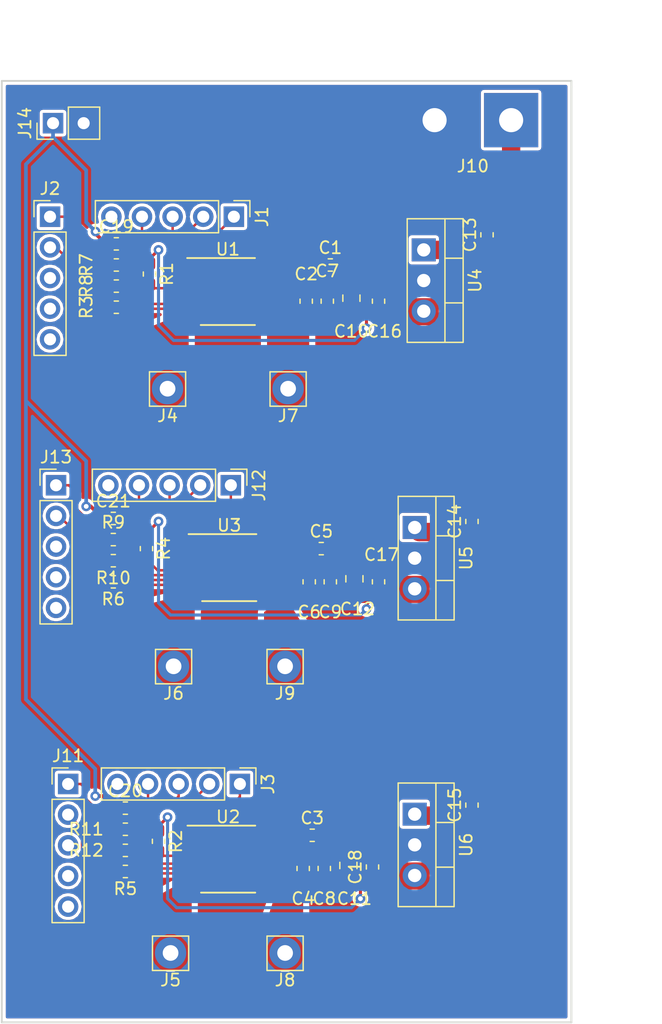
<source format=kicad_pcb>
(kicad_pcb (version 20171130) (host pcbnew "(5.0.1)-3")
  (layers (0 F.Cu signal) (31 B.Cu signal) (34 B.Paste user) (35 F.Paste user) (36 B.SilkS user) (37 F.SilkS user) (38 B.Mask user) (39 F.Mask user) (44 Edge.Cuts user))
  (net 0 "")
  (net 1 +12V)
  (net 2 GND)
  (net 3 +3V3)
  (net 4 /VREF2)
  (net 5 /VREF3)
  (net 6 /VREF1)
  (net 7 /VIN)
  (net 8 /CPH_A)
  (net 9 /CPL_A)
  (net 10 /VCP_A)
  (net 11 /CPH_C)
  (net 12 /CPL_C)
  (net 13 /VCP_C)
  (net 14 /CPL_B)
  (net 15 /CPH_B)
  (net 16 /VCP_B)
  (net 17 /ENIN1_A)
  (net 18 /PHIN2_A)
  (net 19 /nSLEEP_A)
  (net 20 /nFAULT_A)
  (net 21 /IPROPI_A)
  (net 22 /IMODE_A)
  (net 23 /nFAULT_C)
  (net 24 /nSLEEP_C)
  (net 25 /PHIN2_C)
  (net 26 /ENIN1_C)
  (net 27 /OUT1_A)
  (net 28 /OUT1_C)
  (net 29 /OUT1_B)
  (net 30 /OUT2_A)
  (net 31 /OUT2_C)
  (net 32 /OUT2_B)
  (net 33 /IMODE_C)
  (net 34 /IPROPI_C)
  (net 35 /nFAULT_B)
  (net 36 /nSLEEP_B)
  (net 37 /PHIN2_B)
  (net 38 /ENIN1_B)
  (net 39 /IPROP_B)
  (net 40 /IMODE_B)
  (module Connector_PinHeader_2.54mm:PinHeader_1x05_P2.54mm_Vertical (layer F.Cu) (at 154.5 90.5 270)
    (fp_text reference J3 (at 0 -2.33 270) (layer F.SilkS))
    (fp_text value Conn_01x05)
    (pad 5 thru_hole oval (at 0 10.16 270) (size 1.7 1.7) (drill 1) (layers *.Cu *.Mask))
    (pad 4 thru_hole oval (at 0 7.62 270) (size 1.7 1.7) (drill 1) (layers *.Cu *.Mask) (net 23 /nFAULT_C))
    (pad 3 thru_hole oval (at 0 5.08 270) (size 1.7 1.7) (drill 1) (layers *.Cu *.Mask) (net 24 /nSLEEP_C))
    (pad 2 thru_hole oval (at 0 2.54 270) (size 1.7 1.7) (drill 1) (layers *.Cu *.Mask) (net 25 /PHIN2_C))
    (pad 1 thru_hole rect (at 0 0 270) (size 1.7 1.7) (drill 1) (layers *.Cu *.Mask) (net 26 /ENIN1_C))
  )
  (module Capacitor_SMD:C_0603_1608Metric_Pad1.05x0.95mm_HandSolder (layer F.Cu) (at 162 47.5)
    (fp_text reference C1 (at 0 -1.43) (layer F.SilkS))
    (fp_text value 22nF)
    (pad 1 smd roundrect (at -0.875 0) (size 1.05 0.95) (layers F.Cu F.Paste F.Mask) (net 8 /CPH_A))
    (pad 2 smd roundrect (at 0.875 0) (size 1.05 0.95) (layers F.Cu F.Paste F.Mask) (net 9 /CPL_A))
  )
  (module Capacitor_SMD:C_0603_1608Metric_Pad1.05x0.95mm_HandSolder (layer F.Cu) (at 160 50.5 90)
    (fp_text reference C2 (at 2.25 0 180) (layer F.SilkS))
    (fp_text value 100nF)
    (pad 2 smd roundrect (at 0.875 0 90) (size 1.05 0.95) (layers F.Cu F.Paste F.Mask) (net 10 /VCP_A))
    (pad 1 smd roundrect (at -0.875 0 90) (size 1.05 0.95) (layers F.Cu F.Paste F.Mask) (net 1 +12V))
  )
  (module Capacitor_SMD:C_0603_1608Metric_Pad1.05x0.95mm_HandSolder (layer F.Cu) (at 160.5 94.75)
    (fp_text reference C3 (at 0 -1.43) (layer F.SilkS))
    (fp_text value 22nF)
    (pad 1 smd roundrect (at -0.875 0) (size 1.05 0.95) (layers F.Cu F.Paste F.Mask) (net 11 /CPH_C))
    (pad 2 smd roundrect (at 0.875 0) (size 1.05 0.95) (layers F.Cu F.Paste F.Mask) (net 12 /CPL_C))
  )
  (module Capacitor_SMD:C_0603_1608Metric_Pad1.05x0.95mm_HandSolder (layer F.Cu) (at 159.75 97.5 90)
    (fp_text reference C4 (at -2.5 0 180) (layer F.SilkS))
    (fp_text value 100nF)
    (pad 2 smd roundrect (at 0.875 0 90) (size 1.05 0.95) (layers F.Cu F.Paste F.Mask) (net 13 /VCP_C))
    (pad 1 smd roundrect (at -0.875 0 90) (size 1.05 0.95) (layers F.Cu F.Paste F.Mask) (net 1 +12V))
  )
  (module Capacitor_SMD:C_0603_1608Metric_Pad1.05x0.95mm_HandSolder (layer F.Cu) (at 161.25 71)
    (fp_text reference C5 (at 0 -1.43) (layer F.SilkS))
    (fp_text value 22nF)
    (pad 2 smd roundrect (at 0.875 0) (size 1.05 0.95) (layers F.Cu F.Paste F.Mask) (net 14 /CPL_B))
    (pad 1 smd roundrect (at -0.875 0) (size 1.05 0.95) (layers F.Cu F.Paste F.Mask) (net 15 /CPH_B))
  )
  (module Capacitor_SMD:C_0603_1608Metric_Pad1.05x0.95mm_HandSolder (layer F.Cu) (at 160.25 73.75 90)
    (fp_text reference C6 (at -2.5 0 180) (layer F.SilkS))
    (fp_text value 100nF)
    (pad 1 smd roundrect (at -0.875 0 90) (size 1.05 0.95) (layers F.Cu F.Paste F.Mask) (net 1 +12V))
    (pad 2 smd roundrect (at 0.875 0 90) (size 1.05 0.95) (layers F.Cu F.Paste F.Mask) (net 16 /VCP_B))
  )
  (module Capacitor_SMD:C_0603_1608Metric_Pad1.05x0.95mm_HandSolder (layer F.Cu) (at 161.75 50.5 90)
    (fp_text reference C7 (at 2.5 0 180) (layer F.SilkS))
    (fp_text value 100nF)
    (pad 1 smd roundrect (at -0.875 0 90) (size 1.05 0.95) (layers F.Cu F.Paste F.Mask) (net 1 +12V))
    (pad 2 smd roundrect (at 0.875 0 90) (size 1.05 0.95) (layers F.Cu F.Paste F.Mask) (net 2 GND))
  )
  (module Capacitor_SMD:C_0603_1608Metric_Pad1.05x0.95mm_HandSolder (layer F.Cu) (at 161.5 97.5 90)
    (fp_text reference C8 (at -2.5 0 180) (layer F.SilkS))
    (fp_text value 100nF)
    (pad 2 smd roundrect (at 0.875 0 90) (size 1.05 0.95) (layers F.Cu F.Paste F.Mask) (net 2 GND))
    (pad 1 smd roundrect (at -0.875 0 90) (size 1.05 0.95) (layers F.Cu F.Paste F.Mask) (net 1 +12V))
  )
  (module Capacitor_SMD:C_0603_1608Metric_Pad1.05x0.95mm_HandSolder (layer F.Cu) (at 162 73.75 90)
    (fp_text reference C9 (at -2.5 0 180) (layer F.SilkS))
    (fp_text value 100nF)
    (pad 1 smd roundrect (at -0.875 0 90) (size 1.05 0.95) (layers F.Cu F.Paste F.Mask) (net 1 +12V))
    (pad 2 smd roundrect (at 0.875 0 90) (size 1.05 0.95) (layers F.Cu F.Paste F.Mask) (net 2 GND))
  )
  (module Capacitor_SMD:C_0805_2012Metric_Pad1.15x1.40mm_HandSolder (layer F.Cu) (at 163.75 50.25 90)
    (fp_text reference C10 (at -2.75 0 180) (layer F.SilkS))
    (fp_text value 1uF)
    (pad 1 smd roundrect (at -1.025 0 90) (size 1.15 1.4) (layers F.Cu F.Paste F.Mask) (roundrect_rratio 0.217391) (net 1 +12V))
    (pad 2 smd roundrect (at 1.025 0 90) (size 1.15 1.4) (layers F.Cu F.Paste F.Mask) (roundrect_rratio 0.217391) (net 2 GND))
  )
  (module Capacitor_SMD:C_0805_2012Metric_Pad1.15x1.40mm_HandSolder (layer F.Cu) (at 163.5 97.25 90)
    (fp_text reference C11 (at -2.75 0.5 180) (layer F.SilkS))
    (fp_text value 1uF)
    (pad 1 smd roundrect (at -1.025 0 90) (size 1.15 1.4) (layers F.Cu F.Paste F.Mask) (roundrect_rratio 0.217391) (net 1 +12V))
    (pad 2 smd roundrect (at 1.025 0 90) (size 1.15 1.4) (layers F.Cu F.Paste F.Mask) (roundrect_rratio 0.217391) (net 2 GND))
  )
  (module Capacitor_SMD:C_0805_2012Metric_Pad1.15x1.40mm_HandSolder (layer F.Cu) (at 164 73.5 90)
    (fp_text reference C12 (at -2.5 0.25 180) (layer F.SilkS))
    (fp_text value 1uF)
    (pad 2 smd roundrect (at 1.025 0 90) (size 1.15 1.4) (layers F.Cu F.Paste F.Mask) (roundrect_rratio 0.217391) (net 2 GND))
    (pad 1 smd roundrect (at -1.025 0 90) (size 1.15 1.4) (layers F.Cu F.Paste F.Mask) (roundrect_rratio 0.217391) (net 1 +12V))
  )
  (module Capacitor_SMD:C_0603_1608Metric_Pad1.05x0.95mm_HandSolder (layer F.Cu) (at 175 45 90)
    (fp_text reference C13 (at 0 -1.43 90) (layer F.SilkS))
    (fp_text value C)
    (pad 2 smd roundrect (at 0.875 0 90) (size 1.05 0.95) (layers F.Cu F.Paste F.Mask) (net 2 GND))
    (pad 1 smd roundrect (at -0.875 0 90) (size 1.05 0.95) (layers F.Cu F.Paste F.Mask) (net 7 /VIN))
  )
  (module Capacitor_SMD:C_0603_1608Metric_Pad1.05x0.95mm_HandSolder (layer F.Cu) (at 173.75 68.75 90)
    (fp_text reference C14 (at 0 -1.43 90) (layer F.SilkS))
    (fp_text value C)
    (pad 2 smd roundrect (at 0.875 0 90) (size 1.05 0.95) (layers F.Cu F.Paste F.Mask) (net 2 GND))
    (pad 1 smd roundrect (at -0.875 0 90) (size 1.05 0.95) (layers F.Cu F.Paste F.Mask) (net 7 /VIN))
  )
  (module Capacitor_SMD:C_0603_1608Metric_Pad1.05x0.95mm_HandSolder (layer F.Cu) (at 173.75 92.25 90)
    (fp_text reference C15 (at 0 -1.43 90) (layer F.SilkS))
    (fp_text value C)
    (pad 1 smd roundrect (at -0.875 0 90) (size 1.05 0.95) (layers F.Cu F.Paste F.Mask) (net 7 /VIN))
    (pad 2 smd roundrect (at 0.875 0 90) (size 1.05 0.95) (layers F.Cu F.Paste F.Mask) (net 2 GND))
  )
  (module Capacitor_SMD:C_0603_1608Metric_Pad1.05x0.95mm_HandSolder (layer F.Cu) (at 166 50.5 90)
    (fp_text reference C16 (at -2.5 0.5 180) (layer F.SilkS))
    (fp_text value C)
    (pad 1 smd roundrect (at -0.875 0 90) (size 1.05 0.95) (layers F.Cu F.Paste F.Mask) (net 1 +12V))
    (pad 2 smd roundrect (at 0.875 0 90) (size 1.05 0.95) (layers F.Cu F.Paste F.Mask) (net 2 GND))
  )
  (module Capacitor_SMD:C_0603_1608Metric_Pad1.05x0.95mm_HandSolder (layer F.Cu) (at 166 73.75 90)
    (fp_text reference C17 (at 2.25 0.25 180) (layer F.SilkS))
    (fp_text value C)
    (pad 1 smd roundrect (at -0.875 0 90) (size 1.05 0.95) (layers F.Cu F.Paste F.Mask) (net 1 +12V))
    (pad 2 smd roundrect (at 0.875 0 90) (size 1.05 0.95) (layers F.Cu F.Paste F.Mask) (net 2 GND))
  )
  (module Capacitor_SMD:C_0603_1608Metric_Pad1.05x0.95mm_HandSolder (layer F.Cu) (at 165.5 97.375001 90)
    (fp_text reference C18 (at 0 -1.43 90) (layer F.SilkS))
    (fp_text value C)
    (pad 2 smd roundrect (at 0.875 0 90) (size 1.05 0.95) (layers F.Cu F.Paste F.Mask) (net 2 GND))
    (pad 1 smd roundrect (at -0.875 0 90) (size 1.05 0.95) (layers F.Cu F.Paste F.Mask) (net 1 +12V))
  )
  (module Connector_Pin:Pin_D1.4mm_L8.5mm_W2.8mm_FlatFork (layer F.Cu) (at 148.5 57.75)
    (fp_text reference J4 (at 0 2.25) (layer F.SilkS))
    (fp_text value MOTOR1_OUT1)
    (pad 1 thru_hole circle (at 0 0) (size 2.6 2.6) (drill 1.3) (layers *.Cu *.Mask) (net 27 /OUT1_A))
  )
  (module Connector_Pin:Pin_D1.4mm_L8.5mm_W2.8mm_FlatFork (layer F.Cu) (at 148.75 104.5)
    (fp_text reference J5 (at 0 2.25) (layer F.SilkS))
    (fp_text value MOTOR3_OUT1)
    (pad 1 thru_hole circle (at 0 0) (size 2.6 2.6) (drill 1.3) (layers *.Cu *.Mask) (net 28 /OUT1_C))
  )
  (module Connector_Pin:Pin_D1.4mm_L8.5mm_W2.8mm_FlatFork (layer F.Cu) (at 149 80.75)
    (fp_text reference J6 (at 0 2.25) (layer F.SilkS))
    (fp_text value MOTOR2_OUT1)
    (pad 1 thru_hole circle (at 0 0) (size 2.6 2.6) (drill 1.3) (layers *.Cu *.Mask) (net 29 /OUT1_B))
  )
  (module Connector_Pin:Pin_D1.4mm_L8.5mm_W2.8mm_FlatFork (layer F.Cu) (at 158.5 57.75)
    (fp_text reference J7 (at 0 2.25) (layer F.SilkS))
    (fp_text value MOTOR1_OUT2)
    (pad 1 thru_hole circle (at 0 0) (size 2.6 2.6) (drill 1.3) (layers *.Cu *.Mask) (net 30 /OUT2_A))
  )
  (module Connector_Pin:Pin_D1.4mm_L8.5mm_W2.8mm_FlatFork (layer F.Cu) (at 158.25 104.5)
    (fp_text reference J8 (at 0 2.25) (layer F.SilkS))
    (fp_text value MOTOR3_OUT2)
    (pad 1 thru_hole circle (at 0 0) (size 2.6 2.6) (drill 1.3) (layers *.Cu *.Mask) (net 31 /OUT2_C))
  )
  (module Connector_Pin:Pin_D1.4mm_L8.5mm_W2.8mm_FlatFork (layer F.Cu) (at 158.25 80.75)
    (fp_text reference J9 (at 0 2.25) (layer F.SilkS))
    (fp_text value MOTOR2_OUT2)
    (pad 1 thru_hole circle (at 0 0) (size 2.6 2.6) (drill 1.3) (layers *.Cu *.Mask) (net 32 /OUT2_B))
  )
  (module Resistor_SMD:R_0603_1608Metric_Pad1.05x0.95mm_HandSolder (layer F.Cu) (at 147 48.25 270)
    (fp_text reference R1 (at 0 -1.43 270) (layer F.SilkS))
    (fp_text value 10k)
    (pad 2 smd roundrect (at 0.875 0 270) (size 1.05 0.95) (layers F.Cu F.Paste F.Mask) (net 20 /nFAULT_A))
    (pad 1 smd roundrect (at -0.875 0 270) (size 1.05 0.95) (layers F.Cu F.Paste F.Mask) (net 1 +12V))
  )
  (module Resistor_SMD:R_0603_1608Metric_Pad1.05x0.95mm_HandSolder (layer F.Cu) (at 147.75 95.25 270)
    (fp_text reference R2 (at 0 -1.43 270) (layer F.SilkS))
    (fp_text value 10k)
    (pad 2 smd roundrect (at 0.875 0 270) (size 1.05 0.95) (layers F.Cu F.Paste F.Mask) (net 23 /nFAULT_C))
    (pad 1 smd roundrect (at -0.875 0 270) (size 1.05 0.95) (layers F.Cu F.Paste F.Mask) (net 1 +12V))
  )
  (module Resistor_SMD:R_0603_1608Metric_Pad1.05x0.95mm_HandSolder (layer F.Cu) (at 144.25 51 180)
    (fp_text reference R3 (at 2.5 0 270) (layer F.SilkS))
    (fp_text value R_PROPI)
    (pad 1 smd roundrect (at -0.875 0 180) (size 1.05 0.95) (layers F.Cu F.Paste F.Mask) (net 21 /IPROPI_A))
    (pad 2 smd roundrect (at 0.875 0 180) (size 1.05 0.95) (layers F.Cu F.Paste F.Mask) (net 2 GND))
  )
  (module Resistor_SMD:R_0603_1608Metric_Pad1.05x0.95mm_HandSolder (layer F.Cu) (at 146.75 71 270)
    (fp_text reference R4 (at 0 -1.43 270) (layer F.SilkS))
    (fp_text value 10k)
    (pad 2 smd roundrect (at 0.875 0 270) (size 1.05 0.95) (layers F.Cu F.Paste F.Mask) (net 35 /nFAULT_B))
    (pad 1 smd roundrect (at -0.875 0 270) (size 1.05 0.95) (layers F.Cu F.Paste F.Mask) (net 1 +12V))
  )
  (module Resistor_SMD:R_0603_1608Metric_Pad1.05x0.95mm_HandSolder (layer F.Cu) (at 145 97.75 180)
    (fp_text reference R5 (at 0 -1.43 180) (layer F.SilkS))
    (fp_text value R_PROPI)
    (pad 1 smd roundrect (at -0.875 0 180) (size 1.05 0.95) (layers F.Cu F.Paste F.Mask) (net 34 /IPROPI_C))
    (pad 2 smd roundrect (at 0.875 0 180) (size 1.05 0.95) (layers F.Cu F.Paste F.Mask) (net 2 GND))
  )
  (module Resistor_SMD:R_0603_1608Metric_Pad1.05x0.95mm_HandSolder (layer F.Cu) (at 144 73.75 180)
    (fp_text reference R6 (at 0 -1.43 180) (layer F.SilkS))
    (fp_text value R_PROPI)
    (pad 2 smd roundrect (at 0.875 0 180) (size 1.05 0.95) (layers F.Cu F.Paste F.Mask) (net 2 GND))
    (pad 1 smd roundrect (at -0.875 0 180) (size 1.05 0.95) (layers F.Cu F.Paste F.Mask) (net 39 /IPROP_B))
  )
  (module Resistor_SMD:R_0603_1608Metric_Pad1.05x0.95mm_HandSolder (layer F.Cu) (at 144.25 47.5)
    (fp_text reference R7 (at -2.5 0 90) (layer F.SilkS))
    (fp_text value R)
    (pad 1 smd roundrect (at -0.875 0) (size 1.05 0.95) (layers F.Cu F.Paste F.Mask) (net 3 +3V3))
    (pad 2 smd roundrect (at 0.875 0) (size 1.05 0.95) (layers F.Cu F.Paste F.Mask) (net 6 /VREF1))
  )
  (module Resistor_SMD:R_0603_1608Metric_Pad1.05x0.95mm_HandSolder (layer F.Cu) (at 144.25 49.25 180)
    (fp_text reference R8 (at 2.5 0 270) (layer F.SilkS))
    (fp_text value R)
    (pad 2 smd roundrect (at 0.875 0 180) (size 1.05 0.95) (layers F.Cu F.Paste F.Mask) (net 2 GND))
    (pad 1 smd roundrect (at -0.875 0 180) (size 1.05 0.95) (layers F.Cu F.Paste F.Mask) (net 6 /VREF1))
  )
  (module Resistor_SMD:R_0603_1608Metric_Pad1.05x0.95mm_HandSolder (layer F.Cu) (at 144 70.25)
    (fp_text reference R9 (at 0 -1.43) (layer F.SilkS))
    (fp_text value R)
    (pad 1 smd roundrect (at -0.875 0) (size 1.05 0.95) (layers F.Cu F.Paste F.Mask) (net 3 +3V3))
    (pad 2 smd roundrect (at 0.875 0) (size 1.05 0.95) (layers F.Cu F.Paste F.Mask) (net 4 /VREF2))
  )
  (module Resistor_SMD:R_0603_1608Metric_Pad1.05x0.95mm_HandSolder (layer F.Cu) (at 144 72 180)
    (fp_text reference R10 (at 0 -1.43 180) (layer F.SilkS))
    (fp_text value R)
    (pad 2 smd roundrect (at 0.875 0 180) (size 1.05 0.95) (layers F.Cu F.Paste F.Mask) (net 2 GND))
    (pad 1 smd roundrect (at -0.875 0 180) (size 1.05 0.95) (layers F.Cu F.Paste F.Mask) (net 4 /VREF2))
  )
  (module Resistor_SMD:R_0603_1608Metric_Pad1.05x0.95mm_HandSolder (layer F.Cu) (at 145 94.25)
    (fp_text reference R11 (at -3.25 0) (layer F.SilkS))
    (fp_text value R)
    (pad 2 smd roundrect (at 0.875 0) (size 1.05 0.95) (layers F.Cu F.Paste F.Mask) (net 5 /VREF3))
    (pad 1 smd roundrect (at -0.875 0) (size 1.05 0.95) (layers F.Cu F.Paste F.Mask) (net 3 +3V3))
  )
  (module Resistor_SMD:R_0603_1608Metric_Pad1.05x0.95mm_HandSolder (layer F.Cu) (at 145 96 180)
    (fp_text reference R12 (at 3.25 0 180) (layer F.SilkS))
    (fp_text value R)
    (pad 2 smd roundrect (at 0.875 0 180) (size 1.05 0.95) (layers F.Cu F.Paste F.Mask) (net 2 GND))
    (pad 1 smd roundrect (at -0.875 0 180) (size 1.05 0.95) (layers F.Cu F.Paste F.Mask) (net 5 /VREF3))
  )
  (module Package_SO:HTSSOP-16-1EP_4.4x5mm_P0.65mm_EP3.4x5mm (layer F.Cu) (at 153.5 49.75)
    (fp_text reference U1 (at 0 -3.55) (layer F.SilkS))
    (fp_text value DRV8876)
    (pad 1 smd rect (at -2.775 -2.275) (size 1.05 0.45) (layers F.Cu F.Paste F.Mask) (net 17 /ENIN1_A))
    (pad 2 smd rect (at -2.775 -1.625) (size 1.05 0.45) (layers F.Cu F.Paste F.Mask) (net 18 /PHIN2_A))
    (pad 3 smd rect (at -2.775 -0.975) (size 1.05 0.45) (layers F.Cu F.Paste F.Mask) (net 19 /nSLEEP_A))
    (pad 4 smd rect (at -2.775 -0.325) (size 1.05 0.45) (layers F.Cu F.Paste F.Mask) (net 20 /nFAULT_A))
    (pad 5 smd rect (at -2.775 0.325) (size 1.05 0.45) (layers F.Cu F.Paste F.Mask))
    (pad 6 smd rect (at -2.775 0.975) (size 1.05 0.45) (layers F.Cu F.Paste F.Mask) (net 21 /IPROPI_A))
    (pad 7 smd rect (at -2.775 1.625) (size 1.05 0.45) (layers F.Cu F.Paste F.Mask) (net 22 /IMODE_A))
    (pad 8 smd rect (at -2.775 2.275) (size 1.05 0.45) (layers F.Cu F.Paste F.Mask) (net 27 /OUT1_A))
    (pad 9 smd rect (at 2.775 2.275) (size 1.05 0.45) (layers F.Cu F.Paste F.Mask) (net 2 GND))
    (pad 10 smd rect (at 2.775 1.625) (size 1.05 0.45) (layers F.Cu F.Paste F.Mask) (net 30 /OUT2_A))
    (pad 11 smd rect (at 2.775 0.975) (size 1.05 0.45) (layers F.Cu F.Paste F.Mask) (net 1 +12V))
    (pad 12 smd rect (at 2.775 0.325) (size 1.05 0.45) (layers F.Cu F.Paste F.Mask) (net 10 /VCP_A))
    (pad 13 smd rect (at 2.775 -0.325) (size 1.05 0.45) (layers F.Cu F.Paste F.Mask) (net 8 /CPH_A))
    (pad 14 smd rect (at 2.775 -0.975) (size 1.05 0.45) (layers F.Cu F.Paste F.Mask) (net 9 /CPL_A))
    (pad 15 smd rect (at 2.775 -1.625) (size 1.05 0.45) (layers F.Cu F.Paste F.Mask) (net 2 GND))
    (pad 16 smd rect (at 2.775 -2.275) (size 1.05 0.45) (layers F.Cu F.Paste F.Mask) (net 2 GND))
    (pad 17 smd rect (at 0 0) (size 3.4 5) (layers F.Cu F.Mask))
  )
  (module Package_SO:HTSSOP-16-1EP_4.4x5mm_P0.65mm_EP3.4x5mm (layer F.Cu) (at 153.525 96.775)
    (fp_text reference U2 (at 0 -3.55) (layer F.SilkS))
    (fp_text value DRV8876)
    (pad 1 smd rect (at -2.775 -2.275) (size 1.05 0.45) (layers F.Cu F.Paste F.Mask) (net 26 /ENIN1_C))
    (pad 2 smd rect (at -2.775 -1.625) (size 1.05 0.45) (layers F.Cu F.Paste F.Mask) (net 25 /PHIN2_C))
    (pad 3 smd rect (at -2.775 -0.975) (size 1.05 0.45) (layers F.Cu F.Paste F.Mask) (net 24 /nSLEEP_C))
    (pad 4 smd rect (at -2.775 -0.325) (size 1.05 0.45) (layers F.Cu F.Paste F.Mask) (net 23 /nFAULT_C))
    (pad 5 smd rect (at -2.775 0.325) (size 1.05 0.45) (layers F.Cu F.Paste F.Mask) (net 5 /VREF3))
    (pad 6 smd rect (at -2.775 0.975) (size 1.05 0.45) (layers F.Cu F.Paste F.Mask) (net 34 /IPROPI_C))
    (pad 7 smd rect (at -2.775 1.625) (size 1.05 0.45) (layers F.Cu F.Paste F.Mask) (net 33 /IMODE_C))
    (pad 8 smd rect (at -2.775 2.275) (size 1.05 0.45) (layers F.Cu F.Paste F.Mask) (net 28 /OUT1_C))
    (pad 9 smd rect (at 2.775 2.275) (size 1.05 0.45) (layers F.Cu F.Paste F.Mask) (net 2 GND))
    (pad 10 smd rect (at 2.775 1.625) (size 1.05 0.45) (layers F.Cu F.Paste F.Mask) (net 31 /OUT2_C))
    (pad 11 smd rect (at 2.775 0.975) (size 1.05 0.45) (layers F.Cu F.Paste F.Mask) (net 1 +12V))
    (pad 12 smd rect (at 2.775 0.325) (size 1.05 0.45) (layers F.Cu F.Paste F.Mask) (net 13 /VCP_C))
    (pad 13 smd rect (at 2.775 -0.325) (size 1.05 0.45) (layers F.Cu F.Paste F.Mask) (net 11 /CPH_C))
    (pad 14 smd rect (at 2.775 -0.975) (size 1.05 0.45) (layers F.Cu F.Paste F.Mask) (net 12 /CPL_C))
    (pad 15 smd rect (at 2.775 -1.625) (size 1.05 0.45) (layers F.Cu F.Paste F.Mask) (net 2 GND))
    (pad 16 smd rect (at 2.775 -2.275) (size 1.05 0.45) (layers F.Cu F.Paste F.Mask) (net 2 GND))
    (pad 17 smd rect (at 0 0) (size 3.4 5) (layers F.Cu F.Mask))
  )
  (module Package_SO:HTSSOP-16-1EP_4.4x5mm_P0.65mm_EP3.4x5mm (layer F.Cu) (at 153.6166 72.625)
    (fp_text reference U3 (at 0 -3.55) (layer F.SilkS))
    (fp_text value DRV8876)
    (pad 17 smd rect (at 0 0) (size 3.4 5) (layers F.Cu F.Mask))
    (pad 16 smd rect (at 2.775 -2.275) (size 1.05 0.45) (layers F.Cu F.Paste F.Mask) (net 2 GND))
    (pad 15 smd rect (at 2.775 -1.625) (size 1.05 0.45) (layers F.Cu F.Paste F.Mask) (net 2 GND))
    (pad 14 smd rect (at 2.775 -0.975) (size 1.05 0.45) (layers F.Cu F.Paste F.Mask) (net 14 /CPL_B))
    (pad 13 smd rect (at 2.775 -0.325) (size 1.05 0.45) (layers F.Cu F.Paste F.Mask) (net 15 /CPH_B))
    (pad 12 smd rect (at 2.775 0.325) (size 1.05 0.45) (layers F.Cu F.Paste F.Mask) (net 16 /VCP_B))
    (pad 11 smd rect (at 2.775 0.975) (size 1.05 0.45) (layers F.Cu F.Paste F.Mask) (net 1 +12V))
    (pad 10 smd rect (at 2.775 1.625) (size 1.05 0.45) (layers F.Cu F.Paste F.Mask) (net 32 /OUT2_B))
    (pad 9 smd rect (at 2.775 2.275) (size 1.05 0.45) (layers F.Cu F.Paste F.Mask) (net 2 GND))
    (pad 8 smd rect (at -2.775 2.275) (size 1.05 0.45) (layers F.Cu F.Paste F.Mask) (net 29 /OUT1_B))
    (pad 7 smd rect (at -2.775 1.625) (size 1.05 0.45) (layers F.Cu F.Paste F.Mask) (net 40 /IMODE_B))
    (pad 6 smd rect (at -2.775 0.975) (size 1.05 0.45) (layers F.Cu F.Paste F.Mask) (net 39 /IPROP_B))
    (pad 5 smd rect (at -2.775 0.325) (size 1.05 0.45) (layers F.Cu F.Paste F.Mask) (net 4 /VREF2))
    (pad 4 smd rect (at -2.775 -0.325) (size 1.05 0.45) (layers F.Cu F.Paste F.Mask) (net 35 /nFAULT_B))
    (pad 3 smd rect (at -2.775 -0.975) (size 1.05 0.45) (layers F.Cu F.Paste F.Mask) (net 36 /nSLEEP_B))
    (pad 2 smd rect (at -2.775 -1.625) (size 1.05 0.45) (layers F.Cu F.Paste F.Mask) (net 37 /PHIN2_B))
    (pad 1 smd rect (at -2.775 -2.275) (size 1.05 0.45) (layers F.Cu F.Paste F.Mask) (net 38 /ENIN1_B))
  )
  (module Package_TO_SOT_THT:TO-220-3_Vertical (layer F.Cu) (at 169.75 46.25 270)
    (fp_text reference U4 (at 2.54 -4.27 270) (layer F.SilkS))
    (fp_text value 78S12)
    (pad 1 thru_hole rect (at 0 0 270) (size 1.905 2) (drill 1.1) (layers *.Cu *.Mask) (net 7 /VIN))
    (pad 2 thru_hole oval (at 2.54 0 270) (size 1.905 2) (drill 1.1) (layers *.Cu *.Mask) (net 2 GND))
    (pad 3 thru_hole oval (at 5.08 0 270) (size 1.905 2) (drill 1.1) (layers *.Cu *.Mask) (net 1 +12V))
  )
  (module Package_TO_SOT_THT:TO-220-3_Vertical (layer F.Cu) (at 169 69.25 270)
    (fp_text reference U5 (at 2.54 -4.27 270) (layer F.SilkS))
    (fp_text value 78S12)
    (pad 3 thru_hole oval (at 5.08 0 270) (size 1.905 2) (drill 1.1) (layers *.Cu *.Mask) (net 1 +12V))
    (pad 2 thru_hole oval (at 2.54 0 270) (size 1.905 2) (drill 1.1) (layers *.Cu *.Mask) (net 2 GND))
    (pad 1 thru_hole rect (at 0 0 270) (size 1.905 2) (drill 1.1) (layers *.Cu *.Mask) (net 7 /VIN))
  )
  (module Package_TO_SOT_THT:TO-220-3_Vertical (layer F.Cu) (at 169 93 270)
    (fp_text reference U6 (at 2.54 -4.27 270) (layer F.SilkS))
    (fp_text value 78S12)
    (pad 1 thru_hole rect (at 0 0 270) (size 1.905 2) (drill 1.1) (layers *.Cu *.Mask) (net 7 /VIN))
    (pad 2 thru_hole oval (at 2.54 0 270) (size 1.905 2) (drill 1.1) (layers *.Cu *.Mask) (net 2 GND))
    (pad 3 thru_hole oval (at 5.08 0 270) (size 1.905 2) (drill 1.1) (layers *.Cu *.Mask) (net 1 +12V))
  )
  (module Connector_Wire:SolderWirePad_1x02_P7.62mm_Drill2mm (layer F.Cu) (at 177 35.5 180)
    (fp_text reference J10 (at 3.175 -3.81 180) (layer F.SilkS))
    (fp_text value VIN)
    (pad 1 thru_hole rect (at 0 0 180) (size 4.50088 4.50088) (drill 1.99898) (layers *.Cu *.Mask) (net 7 /VIN))
    (pad 2 thru_hole circle (at 6.35 0 180) (size 4.50088 4.50088) (drill 1.99898) (layers *.Cu *.Mask) (net 2 GND))
  )
  (module Connector_PinHeader_2.54mm:PinHeader_1x05_P2.54mm_Vertical (layer F.Cu) (at 154 43.5 270)
    (fp_text reference J1 (at 0 -2.33 270) (layer F.SilkS))
    (fp_text value Conn_01x05)
    (pad 1 thru_hole rect (at 0 0 270) (size 1.7 1.7) (drill 1) (layers *.Cu *.Mask) (net 17 /ENIN1_A))
    (pad 2 thru_hole oval (at 0 2.54 270) (size 1.7 1.7) (drill 1) (layers *.Cu *.Mask) (net 18 /PHIN2_A))
    (pad 3 thru_hole oval (at 0 5.08 270) (size 1.7 1.7) (drill 1) (layers *.Cu *.Mask) (net 19 /nSLEEP_A))
    (pad 4 thru_hole oval (at 0 7.62 270) (size 1.7 1.7) (drill 1) (layers *.Cu *.Mask) (net 20 /nFAULT_A))
    (pad 5 thru_hole oval (at 0 10.16 270) (size 1.7 1.7) (drill 1) (layers *.Cu *.Mask))
  )
  (module Connector_PinHeader_2.54mm:PinHeader_1x05_P2.54mm_Vertical (layer F.Cu) (at 138.75 43.5)
    (fp_text reference J2 (at 0 -2.33) (layer F.SilkS))
    (fp_text value Conn_01x05)
    (pad 1 thru_hole rect (at 0 0) (size 1.7 1.7) (drill 1) (layers *.Cu *.Mask) (net 21 /IPROPI_A))
    (pad 2 thru_hole oval (at 0 2.54) (size 1.7 1.7) (drill 1) (layers *.Cu *.Mask) (net 22 /IMODE_A))
    (pad 3 thru_hole oval (at 0 5.08) (size 1.7 1.7) (drill 1) (layers *.Cu *.Mask))
    (pad 4 thru_hole oval (at 0 7.62) (size 1.7 1.7) (drill 1) (layers *.Cu *.Mask))
    (pad 5 thru_hole oval (at 0 10.16) (size 1.7 1.7) (drill 1) (layers *.Cu *.Mask))
  )
  (module Connector_PinHeader_2.54mm:PinHeader_1x05_P2.54mm_Vertical (layer F.Cu) (at 140.25 90.5)
    (fp_text reference J11 (at 0 -2.33) (layer F.SilkS))
    (fp_text value Conn_01x05)
    (pad 5 thru_hole oval (at 0 10.16) (size 1.7 1.7) (drill 1) (layers *.Cu *.Mask))
    (pad 4 thru_hole oval (at 0 7.62) (size 1.7 1.7) (drill 1) (layers *.Cu *.Mask))
    (pad 3 thru_hole oval (at 0 5.08) (size 1.7 1.7) (drill 1) (layers *.Cu *.Mask))
    (pad 2 thru_hole oval (at 0 2.54) (size 1.7 1.7) (drill 1) (layers *.Cu *.Mask) (net 33 /IMODE_C))
    (pad 1 thru_hole rect (at 0 0) (size 1.7 1.7) (drill 1) (layers *.Cu *.Mask) (net 34 /IPROPI_C))
  )
  (module Connector_PinHeader_2.54mm:PinHeader_1x05_P2.54mm_Vertical (layer F.Cu) (at 153.75 65.75 270)
    (fp_text reference J12 (at 0 -2.33 270) (layer F.SilkS))
    (fp_text value Conn_01x05)
    (pad 5 thru_hole oval (at 0 10.16 270) (size 1.7 1.7) (drill 1) (layers *.Cu *.Mask))
    (pad 4 thru_hole oval (at 0 7.62 270) (size 1.7 1.7) (drill 1) (layers *.Cu *.Mask) (net 35 /nFAULT_B))
    (pad 3 thru_hole oval (at 0 5.08 270) (size 1.7 1.7) (drill 1) (layers *.Cu *.Mask) (net 36 /nSLEEP_B))
    (pad 2 thru_hole oval (at 0 2.54 270) (size 1.7 1.7) (drill 1) (layers *.Cu *.Mask) (net 37 /PHIN2_B))
    (pad 1 thru_hole rect (at 0 0 270) (size 1.7 1.7) (drill 1) (layers *.Cu *.Mask) (net 38 /ENIN1_B))
  )
  (module Connector_PinHeader_2.54mm:PinHeader_1x05_P2.54mm_Vertical (layer F.Cu) (at 139.25 65.75)
    (fp_text reference J13 (at 0 -2.33) (layer F.SilkS))
    (fp_text value Conn_01x05)
    (pad 1 thru_hole rect (at 0 0) (size 1.7 1.7) (drill 1) (layers *.Cu *.Mask) (net 39 /IPROP_B))
    (pad 2 thru_hole oval (at 0 2.54) (size 1.7 1.7) (drill 1) (layers *.Cu *.Mask) (net 40 /IMODE_B))
    (pad 3 thru_hole oval (at 0 5.08) (size 1.7 1.7) (drill 1) (layers *.Cu *.Mask))
    (pad 4 thru_hole oval (at 0 7.62) (size 1.7 1.7) (drill 1) (layers *.Cu *.Mask))
    (pad 5 thru_hole oval (at 0 10.16) (size 1.7 1.7) (drill 1) (layers *.Cu *.Mask))
  )
  (module Capacitor_SMD:C_0603_1608Metric_Pad1.05x0.95mm_HandSolder (layer F.Cu) (at 144.25 45.75)
    (fp_text reference C19 (at 0 -1.43) (layer F.SilkS))
    (fp_text value 100nF)
    (pad 1 smd roundrect (at -0.875 0) (size 1.05 0.95) (layers F.Cu F.Paste F.Mask) (net 3 +3V3))
    (pad 2 smd roundrect (at 0.875 0) (size 1.05 0.95) (layers F.Cu F.Paste F.Mask) (net 2 GND))
  )
  (module Capacitor_SMD:C_0603_1608Metric_Pad1.05x0.95mm_HandSolder (layer F.Cu) (at 145 92.5)
    (fp_text reference C20 (at 0 -1.43) (layer F.SilkS))
    (fp_text value 100nF)
    (pad 2 smd roundrect (at 0.875 0) (size 1.05 0.95) (layers F.Cu F.Paste F.Mask) (net 2 GND))
    (pad 1 smd roundrect (at -0.875 0) (size 1.05 0.95) (layers F.Cu F.Paste F.Mask) (net 3 +3V3))
  )
  (module Capacitor_SMD:C_0603_1608Metric_Pad1.05x0.95mm_HandSolder (layer F.Cu) (at 144 68.5)
    (fp_text reference C21 (at 0 -1.43) (layer F.SilkS))
    (fp_text value 100nF)
    (pad 1 smd roundrect (at -0.875 0) (size 1.05 0.95) (layers F.Cu F.Paste F.Mask) (net 3 +3V3))
    (pad 2 smd roundrect (at 0.875 0) (size 1.05 0.95) (layers F.Cu F.Paste F.Mask) (net 2 GND))
  )
  (module Connector_PinHeader_2.54mm:PinHeader_1x02_P2.54mm_Vertical (layer F.Cu) (at 139 35.75 90)
    (fp_text reference J14 (at 0 -2.33 90) (layer F.SilkS))
    (fp_text value Conn_01x02)
    (pad 1 thru_hole rect (at 0 0 90) (size 1.7 1.7) (drill 1) (layers *.Cu *.Mask) (net 3 +3V3))
    (pad 2 thru_hole oval (at 0 2.54 90) (size 1.7 1.7) (drill 1) (layers *.Cu *.Mask) (net 2 GND))
  )
  (gr_line (start 182 32.25) (end 182 32.75) (layer Edge.Cuts) (width 0.15))
  (gr_line (start 134.75 32.25) (end 182 32.25) (layer Edge.Cuts) (width 0.15))
  (gr_line (start 134.75 110.25) (end 134.75 32.25) (layer Edge.Cuts) (width 0.15))
  (gr_line (start 182 110.25) (end 134.75 110.25) (layer Edge.Cuts) (width 0.15))
  (gr_line (start 182 32.75) (end 182 110.25) (layer Edge.Cuts) (width 0.15))
  (segment (start 156.3916 73.6) (end 157.85 73.6) (width 0.381) (layer F.Cu) (net 1))
  (segment (start 157.85 73.6) (end 158.75 74.5) (width 0.381) (layer F.Cu) (net 1))
  (segment (start 156.275 50.725) (end 158.225 50.725) (width 0.381) (layer F.Cu) (net 1))
  (segment (start 158.225 50.725) (end 159.25 51.75) (width 0.381) (layer F.Cu) (net 1))
  (segment (start 159.125 97.75) (end 159.75 98.375) (width 0.381) (layer F.Cu) (net 1))
  (segment (start 156.3 97.75) (end 159.125 97.75) (width 0.381) (layer F.Cu) (net 1))
  (via (at 147.75 46.25) (size 0.8) (drill 0.4) (layers F.Cu B.Cu) (net 1))
  (segment (start 147 47.375) (end 147 47) (width 0.254) (layer F.Cu) (net 1))
  (segment (start 147 47) (end 147.75 46.25) (width 0.254) (layer F.Cu) (net 1))
  (segment (start 147.75 46.25) (end 147.75 52.5) (width 0.254) (layer B.Cu) (net 1))
  (segment (start 147.75 52.5) (end 149 53.75) (width 0.254) (layer B.Cu) (net 1))
  (via (at 165 52.75) (size 0.8) (drill 0.4) (layers F.Cu B.Cu) (net 1))
  (segment (start 149 53.75) (end 164 53.75) (width 0.254) (layer B.Cu) (net 1))
  (segment (start 164 53.75) (end 165 52.75) (width 0.254) (layer B.Cu) (net 1))
  (segment (start 165 52.75) (end 165 51.5) (width 0.254) (layer F.Cu) (net 1))
  (via (at 147.75 68.75) (size 0.8) (drill 0.4) (layers F.Cu B.Cu) (net 1))
  (segment (start 146.75 70.125) (end 146.75 69.75) (width 0.254) (layer F.Cu) (net 1))
  (segment (start 146.75 69.75) (end 147.75 68.75) (width 0.254) (layer F.Cu) (net 1))
  (segment (start 147.75 68.75) (end 147.75 75.5) (width 0.254) (layer B.Cu) (net 1))
  (segment (start 147.75 75.5) (end 148.75 76.5) (width 0.254) (layer B.Cu) (net 1))
  (via (at 165 76) (size 0.8) (drill 0.4) (layers F.Cu B.Cu) (net 1))
  (segment (start 148.75 76.5) (end 164.5 76.5) (width 0.254) (layer B.Cu) (net 1))
  (segment (start 164.5 76.5) (end 165 76) (width 0.254) (layer B.Cu) (net 1))
  (segment (start 165 75.625) (end 166 74.625) (width 0.254) (layer F.Cu) (net 1))
  (segment (start 165 76) (end 165 75.625) (width 0.254) (layer F.Cu) (net 1))
  (via (at 148.5 93.25) (size 0.8) (drill 0.4) (layers F.Cu B.Cu) (net 1))
  (segment (start 147.75 94.375) (end 147.75 94) (width 0.254) (layer F.Cu) (net 1))
  (segment (start 147.75 94) (end 148.5 93.25) (width 0.254) (layer F.Cu) (net 1))
  (segment (start 148.5 93.25) (end 148.5 100) (width 0.254) (layer B.Cu) (net 1))
  (segment (start 148.5 100) (end 149.25 100.75) (width 0.254) (layer B.Cu) (net 1))
  (via (at 164.5 100) (size 0.8) (drill 0.4) (layers F.Cu B.Cu) (net 1))
  (segment (start 149.25 100.75) (end 163.75 100.75) (width 0.254) (layer B.Cu) (net 1))
  (segment (start 163.75 100.75) (end 164.5 100) (width 0.254) (layer B.Cu) (net 1))
  (segment (start 164.5 99.250001) (end 165.5 98.250001) (width 0.254) (layer F.Cu) (net 1))
  (segment (start 164.5 100) (end 164.5 99.250001) (width 0.254) (layer F.Cu) (net 1))
  (segment (start 139 36.9048) (end 141.75 39.6548) (width 0.3048) (layer B.Cu) (net 3))
  (segment (start 139 35.75) (end 139 36.9048) (width 0.3048) (layer B.Cu) (net 3))
  (via (at 142.523157 44.729307) (size 0.8) (drill 0.4) (layers F.Cu B.Cu) (net 3))
  (segment (start 141.75 39.6548) (end 141.75 43.95615) (width 0.3048) (layer B.Cu) (net 3))
  (segment (start 141.75 43.95615) (end 142.523157 44.729307) (width 0.3048) (layer B.Cu) (net 3))
  (segment (start 142.523157 44.898157) (end 143.375 45.75) (width 0.3048) (layer F.Cu) (net 3))
  (segment (start 142.523157 44.729307) (end 142.523157 44.898157) (width 0.3048) (layer F.Cu) (net 3))
  (segment (start 143.375 47.5) (end 143.375 45.75) (width 0.2032) (layer F.Cu) (net 3))
  (segment (start 139 36.9048) (end 136.75 39.1548) (width 0.3048) (layer B.Cu) (net 3))
  (segment (start 136.75 39.1548) (end 136.75 58.75) (width 0.3048) (layer B.Cu) (net 3))
  (via (at 141.75 67.5) (size 0.8) (drill 0.4) (layers F.Cu B.Cu) (net 3))
  (segment (start 136.75 58.75) (end 141.75 63.75) (width 0.3048) (layer B.Cu) (net 3))
  (segment (start 141.75 63.75) (end 141.75 67.5) (width 0.3048) (layer B.Cu) (net 3))
  (segment (start 142.125 67.5) (end 143.125 68.5) (width 0.3048) (layer F.Cu) (net 3))
  (segment (start 141.75 67.5) (end 142.125 67.5) (width 0.3048) (layer F.Cu) (net 3))
  (segment (start 143.125 70.25) (end 143.125 68.5) (width 0.2032) (layer F.Cu) (net 3))
  (segment (start 136.75 58.75) (end 136.75 83.5) (width 0.3048) (layer B.Cu) (net 3))
  (via (at 142.5 91.5) (size 0.8) (drill 0.4) (layers F.Cu B.Cu) (net 3))
  (segment (start 136.75 83.5) (end 142.5 89.25) (width 0.3048) (layer B.Cu) (net 3))
  (segment (start 142.5 89.25) (end 142.5 91.5) (width 0.3048) (layer B.Cu) (net 3))
  (segment (start 143.125 91.5) (end 144.125 92.5) (width 0.3048) (layer F.Cu) (net 3))
  (segment (start 142.5 91.5) (end 143.125 91.5) (width 0.3048) (layer F.Cu) (net 3))
  (segment (start 144.125 94.25) (end 144.125 92.5) (width 0.2032) (layer F.Cu) (net 3))
  (segment (start 146.07179 73.19679) (end 144.875 72) (width 0.2032) (layer F.Cu) (net 4))
  (segment (start 149.86661 73.19679) (end 146.07179 73.19679) (width 0.2032) (layer F.Cu) (net 4))
  (segment (start 150.8416 72.95) (end 150.1134 72.95) (width 0.2032) (layer F.Cu) (net 4))
  (segment (start 150.1134 72.95) (end 149.86661 73.19679) (width 0.2032) (layer F.Cu) (net 4))
  (segment (start 144.875 70.25) (end 144.875 72) (width 0.2032) (layer F.Cu) (net 4))
  (segment (start 145.875 94.25) (end 145.875 96) (width 0.2032) (layer F.Cu) (net 5))
  (segment (start 146.975 97.1) (end 150.75 97.1) (width 0.2032) (layer F.Cu) (net 5))
  (segment (start 145.875 96) (end 146.975 97.1) (width 0.2032) (layer F.Cu) (net 5))
  (segment (start 145.125 47.5) (end 145.125 49.25) (width 0.2032) (layer F.Cu) (net 6))
  (segment (start 175.575 45.875) (end 175 45.875) (width 1.524) (layer F.Cu) (net 7))
  (segment (start 177 44.45) (end 175.575 45.875) (width 1.524) (layer F.Cu) (net 7))
  (segment (start 177 35.5) (end 177 44.45) (width 1.524) (layer F.Cu) (net 7))
  (segment (start 174.625 46.25) (end 175 45.875) (width 1.524) (layer F.Cu) (net 7))
  (segment (start 169.75 46.25) (end 174.625 46.25) (width 1.524) (layer F.Cu) (net 7))
  (segment (start 174.325 69.625) (end 173.75 69.625) (width 1.524) (layer F.Cu) (net 7))
  (segment (start 177 66.95) (end 174.325 69.625) (width 1.524) (layer F.Cu) (net 7))
  (segment (start 177 44.45) (end 177 66.95) (width 1.524) (layer F.Cu) (net 7))
  (segment (start 169.375 69.625) (end 173.75 69.625) (width 1.524) (layer F.Cu) (net 7))
  (segment (start 169 69.25) (end 169.375 69.625) (width 1.524) (layer F.Cu) (net 7))
  (segment (start 174.325 93.125) (end 173.75 93.125) (width 1.524) (layer F.Cu) (net 7))
  (segment (start 177 90.45) (end 174.325 93.125) (width 1.524) (layer F.Cu) (net 7))
  (segment (start 177 66.95) (end 177 90.45) (width 1.524) (layer F.Cu) (net 7))
  (segment (start 169.125 93.125) (end 169 93) (width 1.524) (layer F.Cu) (net 7))
  (segment (start 173.75 93.125) (end 169.125 93.125) (width 1.524) (layer F.Cu) (net 7))
  (segment (start 156.3916 72.3) (end 157.95 72.3) (width 0.2032) (layer F.Cu) (net 15))
  (segment (start 159.25 71) (end 160.375 71) (width 0.2032) (layer F.Cu) (net 15))
  (segment (start 157.95 72.3) (end 159.25 71) (width 0.2032) (layer F.Cu) (net 15))
  (segment (start 157.925 96.45) (end 159.625 94.75) (width 0.2032) (layer F.Cu) (net 11))
  (segment (start 156.3 96.45) (end 157.925 96.45) (width 0.2032) (layer F.Cu) (net 11))
  (segment (start 156.275 49.425) (end 158.575 49.425) (width 0.2032) (layer F.Cu) (net 8))
  (segment (start 160.5 47.5) (end 161.125 47.5) (width 0.2032) (layer F.Cu) (net 8))
  (segment (start 158.575 49.425) (end 160.5 47.5) (width 0.2032) (layer F.Cu) (net 8))
  (segment (start 156.3916 71.65) (end 158.029776 71.65) (width 0.2032) (layer F.Cu) (net 14))
  (segment (start 158.029776 71.65) (end 159.679776 70) (width 0.2032) (layer F.Cu) (net 14))
  (segment (start 161.125 70) (end 162.125 71) (width 0.2032) (layer F.Cu) (net 14))
  (segment (start 159.679776 70) (end 161.125 70) (width 0.2032) (layer F.Cu) (net 14))
  (segment (start 156.3 95.8) (end 157.95 95.8) (width 0.2032) (layer F.Cu) (net 12))
  (segment (start 157.95 95.8) (end 158.79839 94.95161) (width 0.2032) (layer F.Cu) (net 12))
  (segment (start 158.79839 94.95161) (end 158.79839 94.20161) (width 0.2032) (layer F.Cu) (net 12))
  (segment (start 160.875928 94.250928) (end 161.375 94.75) (width 0.2032) (layer F.Cu) (net 12))
  (segment (start 160.59839 93.97339) (end 160.875928 94.250928) (width 0.2032) (layer F.Cu) (net 12))
  (segment (start 159.02661 93.97339) (end 160.59839 93.97339) (width 0.2032) (layer F.Cu) (net 12))
  (segment (start 158.79839 94.20161) (end 159.02661 93.97339) (width 0.2032) (layer F.Cu) (net 12))
  (segment (start 156.275 48.775) (end 158.654776 48.775) (width 0.2032) (layer F.Cu) (net 9))
  (segment (start 158.654776 48.775) (end 160 47.429776) (width 0.2032) (layer F.Cu) (net 9))
  (segment (start 162.375928 47.000928) (end 162.875 47.5) (width 0.2032) (layer F.Cu) (net 9))
  (segment (start 162.09839 46.72339) (end 162.375928 47.000928) (width 0.2032) (layer F.Cu) (net 9))
  (segment (start 160.52661 46.72339) (end 162.09839 46.72339) (width 0.2032) (layer F.Cu) (net 9))
  (segment (start 160 47.25) (end 160.52661 46.72339) (width 0.2032) (layer F.Cu) (net 9))
  (segment (start 160 47.429776) (end 160 47.25) (width 0.2032) (layer F.Cu) (net 9))
  (segment (start 159.55 50.075) (end 160 49.625) (width 0.3048) (layer F.Cu) (net 10))
  (segment (start 156.275 50.075) (end 159.55 50.075) (width 0.3048) (layer F.Cu) (net 10))
  (segment (start 160.175 72.95) (end 160.25 72.875) (width 0.2032) (layer F.Cu) (net 16))
  (segment (start 156.3916 72.95) (end 160.175 72.95) (width 0.2032) (layer F.Cu) (net 16))
  (segment (start 159.275 97.1) (end 159.75 96.625) (width 0.2032) (layer F.Cu) (net 13))
  (segment (start 156.3 97.1) (end 159.275 97.1) (width 0.2032) (layer F.Cu) (net 13))
  (segment (start 150.8416 74.25) (end 149.99679 74.25) (width 0.2032) (layer F.Cu) (net 40))
  (segment (start 149.99679 74.25) (end 149.75 74.00321) (width 0.2032) (layer F.Cu) (net 40))
  (segment (start 149.75 74.00321) (end 146.24679 74.00321) (width 0.2032) (layer F.Cu) (net 40))
  (segment (start 146.24679 74.00321) (end 145.5 74.75) (width 0.2032) (layer F.Cu) (net 40))
  (segment (start 149.65 98.4) (end 149.15642 97.90642) (width 0.2032) (layer F.Cu) (net 33))
  (segment (start 150.75 98.4) (end 149.65 98.4) (width 0.2032) (layer F.Cu) (net 33))
  (segment (start 149.15642 97.90642) (end 147.167014 97.90642) (width 0.2032) (layer F.Cu) (net 33))
  (segment (start 147.167014 97.90642) (end 146.546824 98.52661) (width 0.2032) (layer F.Cu) (net 33))
  (segment (start 141.099999 93.889999) (end 140.25 93.04) (width 0.2032) (layer F.Cu) (net 33))
  (segment (start 141.401601 94.191601) (end 141.099999 93.889999) (width 0.2032) (layer F.Cu) (net 33))
  (segment (start 141.401601 96.314019) (end 141.401601 94.191601) (width 0.2032) (layer F.Cu) (net 33))
  (segment (start 143.614192 98.52661) (end 141.401601 96.314019) (width 0.2032) (layer F.Cu) (net 33))
  (segment (start 146.546824 98.52661) (end 143.614192 98.52661) (width 0.2032) (layer F.Cu) (net 33))
  (segment (start 142.837582 74.75) (end 140.75 72.662418) (width 0.2032) (layer F.Cu) (net 40))
  (segment (start 145.5 74.75) (end 142.837582 74.75) (width 0.2032) (layer F.Cu) (net 40))
  (segment (start 140.75 69.54) (end 139.5 68.29) (width 0.2032) (layer F.Cu) (net 40))
  (segment (start 140.75 72.662418) (end 140.75 69.54) (width 0.2032) (layer F.Cu) (net 40))
  (segment (start 150.725 51.375) (end 149.74679 51.375) (width 0.2032) (layer F.Cu) (net 22))
  (segment (start 149.74679 51.375) (end 149.5 51.12821) (width 0.2032) (layer F.Cu) (net 22))
  (segment (start 149.5 51.12821) (end 146.62179 51.12821) (width 0.2032) (layer F.Cu) (net 22))
  (segment (start 145.97339 51.77661) (end 142.52661 51.77661) (width 0.2032) (layer F.Cu) (net 22))
  (segment (start 146.62179 51.12821) (end 145.97339 51.77661) (width 0.2032) (layer F.Cu) (net 22))
  (segment (start 142.52661 51.77661) (end 140.75 50) (width 0.2032) (layer F.Cu) (net 22))
  (segment (start 140.75 47.54) (end 139.25 46.04) (width 0.2032) (layer F.Cu) (net 22))
  (segment (start 140.75 50) (end 140.75 47.54) (width 0.2032) (layer F.Cu) (net 22))
  (segment (start 146.75 71.875) (end 147.66858 72.79358) (width 0.2032) (layer F.Cu) (net 35))
  (segment (start 150.8416 72.3) (end 150.1134 72.3) (width 0.2032) (layer F.Cu) (net 35))
  (segment (start 150.1134 72.3) (end 149.61982 72.79358) (width 0.2032) (layer F.Cu) (net 35))
  (segment (start 149.61982 72.79358) (end 147.66858 72.79358) (width 0.2032) (layer F.Cu) (net 35))
  (segment (start 148.075 96.45) (end 147.75 96.125) (width 0.2032) (layer F.Cu) (net 23))
  (segment (start 150.75 96.45) (end 148.075 96.45) (width 0.2032) (layer F.Cu) (net 23))
  (segment (start 147 49.125) (end 146 48.125) (width 0.2032) (layer F.Cu) (net 20))
  (segment (start 146.38 44.702081) (end 146.38 43.5) (width 0.2032) (layer F.Cu) (net 20))
  (segment (start 146 45.082081) (end 146.38 44.702081) (width 0.2032) (layer F.Cu) (net 20))
  (segment (start 146 48.125) (end 146 45.082081) (width 0.2032) (layer F.Cu) (net 20))
  (segment (start 146.88 95.255) (end 146.88 90.5) (width 0.2032) (layer F.Cu) (net 23))
  (segment (start 147.75 96.125) (end 146.88 95.255) (width 0.2032) (layer F.Cu) (net 23))
  (segment (start 146.13 66.952081) (end 146.13 65.75) (width 0.2032) (layer F.Cu) (net 35))
  (segment (start 145.97339 67.108691) (end 146.13 66.952081) (width 0.2032) (layer F.Cu) (net 35))
  (segment (start 145.97339 71.09839) (end 145.97339 67.108691) (width 0.2032) (layer F.Cu) (net 35))
  (segment (start 146.75 71.875) (end 145.97339 71.09839) (width 0.2032) (layer F.Cu) (net 35))
  (segment (start 147.3 49.425) (end 147 49.125) (width 0.2032) (layer F.Cu) (net 20))
  (segment (start 150.725 49.425) (end 147.3 49.425) (width 0.2032) (layer F.Cu) (net 20))
  (segment (start 148.67 70.2066) (end 148.67 65.75) (width 0.2032) (layer F.Cu) (net 36))
  (segment (start 150.8416 71.65) (end 150.1134 71.65) (width 0.2032) (layer F.Cu) (net 36))
  (segment (start 150.1134 71.65) (end 148.67 70.2066) (width 0.2032) (layer F.Cu) (net 36))
  (segment (start 148.92 44.702081) (end 148.92 43.5) (width 0.2032) (layer F.Cu) (net 19))
  (segment (start 148.92 47.6982) (end 148.92 44.702081) (width 0.2032) (layer F.Cu) (net 19))
  (segment (start 149.9968 48.775) (end 148.92 47.6982) (width 0.2032) (layer F.Cu) (net 19))
  (segment (start 150.725 48.775) (end 149.9968 48.775) (width 0.2032) (layer F.Cu) (net 19))
  (segment (start 149.42 91.52358) (end 149.42 90.5) (width 0.2032) (layer F.Cu) (net 24))
  (segment (start 149.34679 91.59679) (end 149.42 91.52358) (width 0.2032) (layer F.Cu) (net 24))
  (segment (start 149.34679 95.124991) (end 149.34679 91.59679) (width 0.2032) (layer F.Cu) (net 24))
  (segment (start 150.75 95.8) (end 150.021799 95.8) (width 0.2032) (layer F.Cu) (net 24))
  (segment (start 150.021799 95.8) (end 149.34679 95.124991) (width 0.2032) (layer F.Cu) (net 24))
  (segment (start 150.8416 71) (end 150.033624 71) (width 0.2032) (layer F.Cu) (net 37))
  (segment (start 150.033624 71) (end 149.07321 70.039586) (width 0.2032) (layer F.Cu) (net 37))
  (segment (start 149.650001 66.599999) (end 149.07321 67.17679) (width 0.2032) (layer F.Cu) (net 37))
  (segment (start 151.21 65.75) (end 150.360001 66.599999) (width 0.2032) (layer F.Cu) (net 37))
  (segment (start 150.360001 66.599999) (end 149.650001 66.599999) (width 0.2032) (layer F.Cu) (net 37))
  (segment (start 149.07321 67.17679) (end 149.07321 70.039586) (width 0.2032) (layer F.Cu) (net 37))
  (segment (start 150.0218 95.15) (end 149.75 94.8782) (width 0.2032) (layer F.Cu) (net 25))
  (segment (start 150.75 95.15) (end 150.0218 95.15) (width 0.2032) (layer F.Cu) (net 25))
  (segment (start 149.75 94.8782) (end 149.75 92.25) (width 0.2032) (layer F.Cu) (net 25))
  (segment (start 150.650001 91.349999) (end 149.75 92.25) (width 0.2032) (layer F.Cu) (net 25))
  (segment (start 151.110001 91.349999) (end 150.650001 91.349999) (width 0.2032) (layer F.Cu) (net 25))
  (segment (start 151.96 90.5) (end 151.110001 91.349999) (width 0.2032) (layer F.Cu) (net 25))
  (segment (start 149.900001 44.349999) (end 149.32321 44.92679) (width 0.2032) (layer F.Cu) (net 18))
  (segment (start 151.46 43.5) (end 150.610001 44.349999) (width 0.2032) (layer F.Cu) (net 18))
  (segment (start 150.610001 44.349999) (end 149.900001 44.349999) (width 0.2032) (layer F.Cu) (net 18))
  (segment (start 149.9968 48.125) (end 150.725 48.125) (width 0.2032) (layer F.Cu) (net 18))
  (segment (start 149.32321 47.45141) (end 149.9968 48.125) (width 0.2032) (layer F.Cu) (net 18))
  (segment (start 149.32321 44.92679) (end 149.32321 47.45141) (width 0.2032) (layer F.Cu) (net 18))
  (segment (start 150.75 94.5) (end 150.75 93.5) (width 0.2032) (layer F.Cu) (net 26))
  (segment (start 150.75 93.5) (end 151.75 92.5) (width 0.2032) (layer F.Cu) (net 26))
  (segment (start 154.5 91.5532) (end 154.5 90.5) (width 0.2032) (layer F.Cu) (net 26))
  (segment (start 153.5532 92.5) (end 154.5 91.5532) (width 0.2032) (layer F.Cu) (net 26))
  (segment (start 151.75 92.5) (end 153.5532 92.5) (width 0.2032) (layer F.Cu) (net 26))
  (segment (start 150.8416 70.35) (end 150.8416 69.9084) (width 0.2032) (layer F.Cu) (net 38))
  (segment (start 153.75 67) (end 153.75 65.75) (width 0.2032) (layer F.Cu) (net 38))
  (segment (start 150.8416 69.9084) (end 153.75 67) (width 0.2032) (layer F.Cu) (net 38))
  (segment (start 150.725 46.775) (end 154 43.5) (width 0.2032) (layer F.Cu) (net 17))
  (segment (start 150.725 47.475) (end 150.725 46.775) (width 0.2032) (layer F.Cu) (net 17))
  (segment (start 150.725 52.025) (end 149.225 52.025) (width 0.381) (layer F.Cu) (net 27))
  (segment (start 149.225 52.025) (end 148.75 52.5) (width 0.381) (layer F.Cu) (net 27))
  (segment (start 149.9356 74.9) (end 149.5856 75.25) (width 0.381) (layer F.Cu) (net 29))
  (segment (start 150.8416 74.9) (end 149.9356 74.9) (width 0.381) (layer F.Cu) (net 29))
  (segment (start 149.5856 75.25) (end 149.25 75.25) (width 0.381) (layer F.Cu) (net 29))
  (segment (start 150.75 99.05) (end 149.45 99.05) (width 0.381) (layer F.Cu) (net 28))
  (segment (start 149.45 99.05) (end 149.25 99.25) (width 0.381) (layer F.Cu) (net 28))
  (segment (start 149.25 99.25) (end 149.25 99.75) (width 0.381) (layer F.Cu) (net 28))
  (segment (start 157.181 51.375) (end 157.5 51.694) (width 0.381) (layer F.Cu) (net 30))
  (segment (start 156.275 51.375) (end 157.181 51.375) (width 0.381) (layer F.Cu) (net 30))
  (segment (start 157.5 51.694) (end 157.5 52.5) (width 0.381) (layer F.Cu) (net 30))
  (segment (start 157.181 51.375) (end 157.25 51.444) (width 0.381) (layer F.Cu) (net 30))
  (segment (start 157.25 51.444) (end 157.25 52.5) (width 0.381) (layer F.Cu) (net 30))
  (segment (start 157.25 52.5) (end 157.25 53.25) (width 0.381) (layer F.Cu) (net 30))
  (segment (start 157.2976 74.25) (end 157.75 74.7024) (width 0.381) (layer F.Cu) (net 32))
  (segment (start 156.3916 74.25) (end 157.2976 74.25) (width 0.381) (layer F.Cu) (net 32))
  (segment (start 157.75 74.7024) (end 157.75 75) (width 0.381) (layer F.Cu) (net 32))
  (segment (start 156.3 98.4) (end 157.4 98.4) (width 0.381) (layer F.Cu) (net 31))
  (segment (start 157.4 98.4) (end 157.5 98.5) (width 0.381) (layer F.Cu) (net 31))
  (segment (start 157.4 98.4) (end 157.4 101.15) (width 0.381) (layer F.Cu) (net 31))
  (segment (start 145.025 73.6) (end 144.875 73.75) (width 0.2032) (layer F.Cu) (net 39))
  (segment (start 150.8416 73.6) (end 145.025 73.6) (width 0.2032) (layer F.Cu) (net 39))
  (segment (start 146.75321 97.75) (end 145.875 97.75) (width 0.2032) (layer F.Cu) (net 34))
  (segment (start 147 97.50321) (end 146.75321 97.75) (width 0.2032) (layer F.Cu) (net 34))
  (segment (start 149.5 97.50321) (end 147 97.50321) (width 0.2032) (layer F.Cu) (net 34))
  (segment (start 150.75 97.75) (end 149.74679 97.75) (width 0.2032) (layer F.Cu) (net 34))
  (segment (start 149.74679 97.75) (end 149.5 97.50321) (width 0.2032) (layer F.Cu) (net 34))
  (segment (start 145.4 50.725) (end 145.125 51) (width 0.2032) (layer F.Cu) (net 21))
  (segment (start 150.725 50.725) (end 145.4 50.725) (width 0.2032) (layer F.Cu) (net 21))
  (segment (start 144.20161 50.07661) (end 144.20161 48.789192) (width 0.2032) (layer F.Cu) (net 21))
  (segment (start 145.125 51) (end 144.20161 50.07661) (width 0.2032) (layer F.Cu) (net 21))
  (segment (start 144.20161 48.789192) (end 143.689028 48.27661) (width 0.2032) (layer F.Cu) (net 21))
  (segment (start 142.864192 48.27661) (end 142.25 47.662418) (width 0.2032) (layer F.Cu) (net 21))
  (segment (start 143.689028 48.27661) (end 142.864192 48.27661) (width 0.2032) (layer F.Cu) (net 21))
  (segment (start 142.25 47.662418) (end 142.25 45.5) (width 0.2032) (layer F.Cu) (net 21))
  (segment (start 140.25 43.5) (end 138.75 43.5) (width 0.2032) (layer F.Cu) (net 21))
  (segment (start 142.25 45.5) (end 140.25 43.5) (width 0.2032) (layer F.Cu) (net 21))
  (segment (start 145 96.875) (end 145.875 97.75) (width 0.2032) (layer F.Cu) (net 34))
  (segment (start 145 95.5) (end 145 96.875) (width 0.2032) (layer F.Cu) (net 34))
  (segment (start 143.614192 95.02661) (end 144.52661 95.02661) (width 0.2032) (layer F.Cu) (net 34))
  (segment (start 141.3032 90.5) (end 141.75 90.9468) (width 0.2032) (layer F.Cu) (net 34))
  (segment (start 140.25 90.5) (end 141.3032 90.5) (width 0.2032) (layer F.Cu) (net 34))
  (segment (start 141.75 90.9468) (end 141.75 91.75) (width 0.2032) (layer F.Cu) (net 34))
  (segment (start 144.52661 95.02661) (end 145 95.5) (width 0.2032) (layer F.Cu) (net 34))
  (segment (start 141.75 91.75) (end 143 93) (width 0.2032) (layer F.Cu) (net 34))
  (segment (start 143 93) (end 143 94.412418) (width 0.2032) (layer F.Cu) (net 34))
  (segment (start 143 94.412418) (end 143.614192 95.02661) (width 0.2032) (layer F.Cu) (net 34))
  (segment (start 144 72.875) (end 144.875 73.75) (width 0.2032) (layer F.Cu) (net 39))
  (segment (start 143.52661 71.02661) (end 144 71.5) (width 0.2032) (layer F.Cu) (net 39))
  (segment (start 144 71.5) (end 144 72.875) (width 0.2032) (layer F.Cu) (net 39))
  (segment (start 140.3032 65.75) (end 141 66.4468) (width 0.2032) (layer F.Cu) (net 39))
  (segment (start 142.614192 71.02661) (end 143.52661 71.02661) (width 0.2032) (layer F.Cu) (net 39))
  (segment (start 139.25 65.75) (end 140.3032 65.75) (width 0.2032) (layer F.Cu) (net 39))
  (segment (start 141 66.4468) (end 141 67.75) (width 0.2032) (layer F.Cu) (net 39))
  (segment (start 141 67.75) (end 142.25 69) (width 0.2032) (layer F.Cu) (net 39))
  (segment (start 142.25 69) (end 142.25 70.662418) (width 0.2032) (layer F.Cu) (net 39))
  (segment (start 142.25 70.662418) (end 142.614192 71.02661) (width 0.2032) (layer F.Cu) (net 39))
  (zone (net 1) (net_name +12V) (layer F.Cu) (priority 1) (connect_pads yes (clearance 0.508)) (min_thickness 0.254) (fill yes (arc_segments 16) (thermal_gap 0.508) (thermal_bridge_width 0.508))
    (polygon (pts (xy 168.5 50.25) (xy 167 50.808084) (xy 159.25 50.75) (xy 158 50.75) (xy 158.5 51.25) (xy 158.75 51.5) (xy 159.25 52) (xy 167 52) (xy 168.25 52.5) (xy 171 52.5) (xy 171 50.25)))
  )
  (zone (net 27) (net_name /OUT1_A) (layer F.Cu) (priority 1) (connect_pads yes (clearance 0.508)) (min_thickness 0.254) (fill yes (arc_segments 16) (thermal_gap 0.508) (thermal_bridge_width 0.508))
    (polygon (pts (xy 150.25 59.5) (xy 150.25 53.5) (xy 150.25 52.75) (xy 151.25 52.25) (xy 151.25 51.75) (xy 149.25 51.75) (xy 146.75 52.75) (xy 146.75 59.5)))
  )
  (zone (net 30) (net_name /OUT2_A) (layer F.Cu) (priority 1) (connect_pads yes (clearance 0.508)) (min_thickness 0.254) (fill yes (arc_segments 16) (thermal_gap 0.508) (thermal_bridge_width 0.508))
    (polygon (pts (xy 156.75 59.5) (xy 156.75 53.25) (xy 157.25 52.75) (xy 157.25 51.75) (xy 157.25 51.25) (xy 157.75 51.25) (xy 157.75 51.75) (xy 158.5 51.75) (xy 159 52.25) (xy 160.25 53) (xy 160.25 59.5)))
  )
  (zone (net 1) (net_name +12V) (layer F.Cu) (priority 1) (connect_pads yes (clearance 0.508)) (min_thickness 0.254) (fill yes (arc_segments 16) (thermal_gap 0.508) (thermal_bridge_width 0.508))
    (polygon (pts (xy 170.25 73.25) (xy 170.25 75.5) (xy 159 75.5) (xy 158 74) (xy 158.5 74) (xy 167.125 74) (xy 167.5 73.25)))
  )
  (zone (net 29) (net_name /OUT1_B) (layer F.Cu) (priority 1) (connect_pads yes (clearance 0.508)) (min_thickness 0.254) (fill yes (arc_segments 16) (thermal_gap 0.508) (thermal_bridge_width 0.508))
    (polygon (pts (xy 147.25 82.5) (xy 147.25 75.5) (xy 150.25 74.75) (xy 151.5 74.75) (xy 151.5 75.5) (xy 150.75 75.75) (xy 150.75 82.5)))
  )
  (zone (net 32) (net_name /OUT2_B) (layer F.Cu) (priority 1) (connect_pads yes (clearance 0.508)) (min_thickness 0.254) (fill yes (arc_segments 16) (thermal_gap 0.508) (thermal_bridge_width 0.508))
    (polygon (pts (xy 156.5 82.5) (xy 156.5 76.25) (xy 157.25 75.75) (xy 157.25 74.5) (xy 155.75 74.5) (xy 155.75 74) (xy 157.5 74) (xy 158.75 75.75) (xy 160 77.75) (xy 160 82.5)))
  )
  (zone (net 1) (net_name +12V) (layer F.Cu) (priority 1) (connect_pads yes (clearance 0.508)) (min_thickness 0.254) (fill yes (arc_segments 16) (thermal_gap 0.508) (thermal_bridge_width 0.508))
    (polygon (pts (xy 170.25 97) (xy 170.25 99.25) (xy 158.75 99.25) (xy 158.25 98) (xy 155.5 98) (xy 155.5 97.5) (xy 166.5 97.5) (xy 167.5 97)))
  )
  (zone (net 28) (net_name /OUT1_C) (layer F.Cu) (priority 1) (connect_pads yes (clearance 0.508)) (min_thickness 0.254) (fill yes (arc_segments 16) (thermal_gap 0.508) (thermal_bridge_width 0.508))
    (polygon (pts (xy 147.25 106) (xy 147.25 100) (xy 149.5 98.75) (xy 151.5 98.75) (xy 151.5 99.75) (xy 150.75 99.75) (xy 150.5 99.75) (xy 150.5 106)))
  )
  (zone (net 31) (net_name /OUT2_C) (layer F.Cu) (priority 1) (connect_pads yes (clearance 0.508)) (min_thickness 0.254) (fill yes (arc_segments 16) (thermal_gap 0.508) (thermal_bridge_width 0.508))
    (polygon (pts (xy 159.75 106) (xy 159.75 100.25) (xy 158.5 99.75) (xy 157.75 98.25) (xy 155.5 98.25) (xy 155.5 98.5) (xy 157.25 98.5) (xy 157.25 100.25) (xy 156.75 101.75) (xy 156.75 106)))
  )
  (zone (net 2) (net_name GND) (layer F.Cu) (connect_pads yes (clearance 0.254)) (min_thickness 0.254) (fill yes (arc_segments 16) (thermal_gap 0.508) (thermal_bridge_width 0.508))
    (polygon (pts (xy 134.75 32.25) (xy 182 32.25) (xy 182 110.25) (xy 134.75 110.25)))
  )
  (zone (net 2) (net_name GND) (layer B.Cu) (connect_pads yes (clearance 0.254)) (min_thickness 0.254) (fill yes (arc_segments 16) (thermal_gap 0.508) (thermal_bridge_width 0.508))
    (polygon (pts (xy 134.75 32.25) (xy 182 32.25) (xy 182 110.25) (xy 134.75 110.25)))
  )
)
</source>
